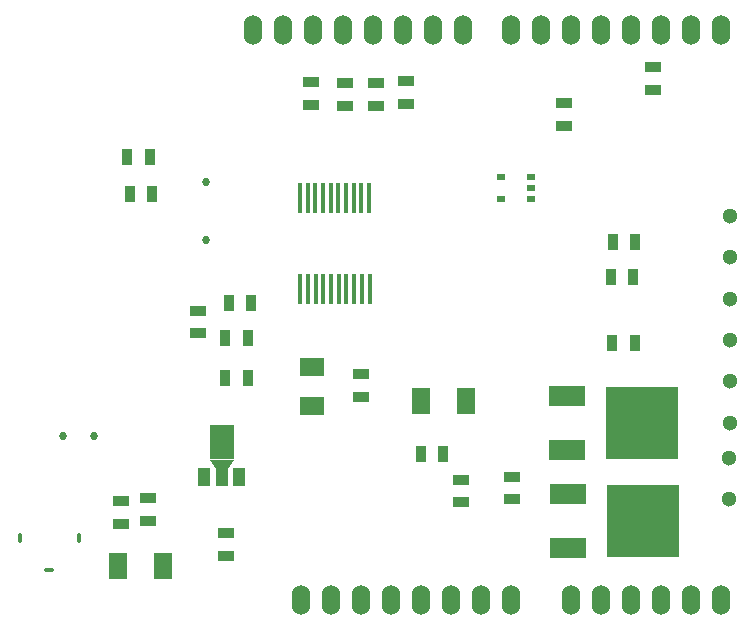
<source format=gts>
G04 (created by PCBNEW (2013-07-07 BZR 4022)-stable) date 8/20/2014 2:47:30 AM*
%MOIN*%
G04 Gerber Fmt 3.4, Leading zero omitted, Abs format*
%FSLAX34Y34*%
G01*
G70*
G90*
G04 APERTURE LIST*
%ADD10C,0.00590551*%
%ADD11O,0.06X0.1*%
%ADD12R,0.035X0.055*%
%ADD13R,0.055X0.035*%
%ADD14R,0.063X0.0866*%
%ADD15R,0.08X0.06*%
%ADD16R,0.011811X0.0984252*%
%ADD17R,0.12X0.065*%
%ADD18R,0.24X0.24*%
%ADD19O,0.011811X0.0393701*%
%ADD20O,0.0393701X0.011811*%
%ADD21R,0.03X0.02*%
%ADD22R,0.0394X0.0591*%
%ADD23R,0.0787X0.1181*%
%ADD24C,0.0271654*%
%ADD25C,0.0511811*%
G04 APERTURE END LIST*
G54D10*
G54D11*
X75852Y-26535D03*
X74852Y-26535D03*
X73852Y-26535D03*
X72852Y-26535D03*
X71852Y-26535D03*
X70852Y-26535D03*
X69852Y-26535D03*
X68852Y-26535D03*
X73452Y-45535D03*
X72452Y-45535D03*
X71452Y-45535D03*
X70452Y-45535D03*
X74452Y-45535D03*
X75452Y-45535D03*
X76452Y-45535D03*
X77452Y-45535D03*
X79452Y-45535D03*
X80452Y-45535D03*
X81452Y-45535D03*
X82452Y-45535D03*
X83452Y-45535D03*
X84452Y-45535D03*
X84452Y-26535D03*
X83452Y-26535D03*
X82452Y-26535D03*
X81452Y-26535D03*
X80452Y-26535D03*
X79452Y-26535D03*
X78452Y-26535D03*
X77452Y-26535D03*
G54D12*
X81575Y-36968D03*
X80825Y-36968D03*
G54D13*
X67972Y-43306D03*
X67972Y-44056D03*
X64448Y-42243D03*
X64448Y-42993D03*
X65354Y-42144D03*
X65354Y-42894D03*
G54D12*
X80786Y-34753D03*
X81536Y-34753D03*
X81605Y-33602D03*
X80855Y-33602D03*
G54D13*
X79216Y-29729D03*
X79216Y-28979D03*
X72448Y-38014D03*
X72448Y-38764D03*
G54D12*
X67924Y-36791D03*
X68674Y-36791D03*
G54D13*
X75797Y-42274D03*
X75797Y-41524D03*
G54D12*
X67932Y-38129D03*
X68682Y-38129D03*
G54D13*
X67007Y-36646D03*
X67007Y-35896D03*
G54D12*
X68054Y-35629D03*
X68804Y-35629D03*
X64664Y-30779D03*
X65414Y-30779D03*
X64743Y-31988D03*
X65493Y-31988D03*
G54D14*
X64370Y-44389D03*
X65866Y-44389D03*
G54D12*
X75197Y-40659D03*
X74447Y-40659D03*
G54D15*
X70838Y-37779D03*
X70838Y-39079D03*
G54D13*
X70777Y-28278D03*
X70777Y-29028D03*
X72972Y-28308D03*
X72972Y-29058D03*
X73966Y-28249D03*
X73966Y-28999D03*
X82185Y-27784D03*
X82185Y-28534D03*
G54D16*
X70437Y-35173D03*
X70692Y-35173D03*
X70948Y-35173D03*
X71204Y-35173D03*
X71460Y-35173D03*
X71716Y-35173D03*
X71972Y-35173D03*
X72228Y-35173D03*
X72484Y-35173D03*
X72740Y-35173D03*
X72720Y-32122D03*
X72464Y-32122D03*
X72208Y-32122D03*
X71952Y-32122D03*
X71696Y-32122D03*
X71440Y-32122D03*
X71185Y-32122D03*
X70929Y-32122D03*
X70673Y-32122D03*
X70417Y-32122D03*
G54D17*
X79330Y-38745D03*
G54D18*
X81830Y-39645D03*
G54D17*
X79330Y-40545D03*
G54D13*
X71938Y-28308D03*
X71938Y-29058D03*
G54D19*
X61082Y-43484D03*
G54D20*
X62066Y-44547D03*
G54D19*
X63051Y-43484D03*
G54D14*
X74468Y-38917D03*
X75964Y-38917D03*
G54D13*
X77488Y-42170D03*
X77488Y-41420D03*
G54D17*
X79350Y-42013D03*
G54D18*
X81850Y-42913D03*
G54D17*
X79350Y-43813D03*
G54D21*
X78127Y-32176D03*
X78127Y-31426D03*
X77127Y-32176D03*
X78127Y-31801D03*
X77127Y-31426D03*
G54D22*
X67223Y-41447D03*
X67814Y-41447D03*
X68405Y-41447D03*
G54D23*
X67814Y-40285D03*
G54D10*
G36*
X68208Y-40866D02*
X68011Y-41161D01*
X67617Y-41161D01*
X67420Y-40866D01*
X68208Y-40866D01*
X68208Y-40866D01*
G37*
G54D24*
X67283Y-31614D03*
X67283Y-33535D03*
X62539Y-40070D03*
X63547Y-40074D03*
G54D25*
X84759Y-32740D03*
X84759Y-34118D03*
X84759Y-35496D03*
X84759Y-36874D03*
X84759Y-38251D03*
X84759Y-39629D03*
X84720Y-40803D03*
X84720Y-42181D03*
M02*

</source>
